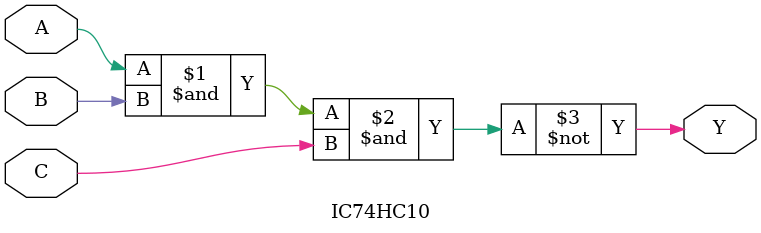
<source format=v>
module IC74HC10(
    input A,
    input B,
    input C,
    output wire Y
);

assign Y = ~(A & B & C);

endmodule

</source>
